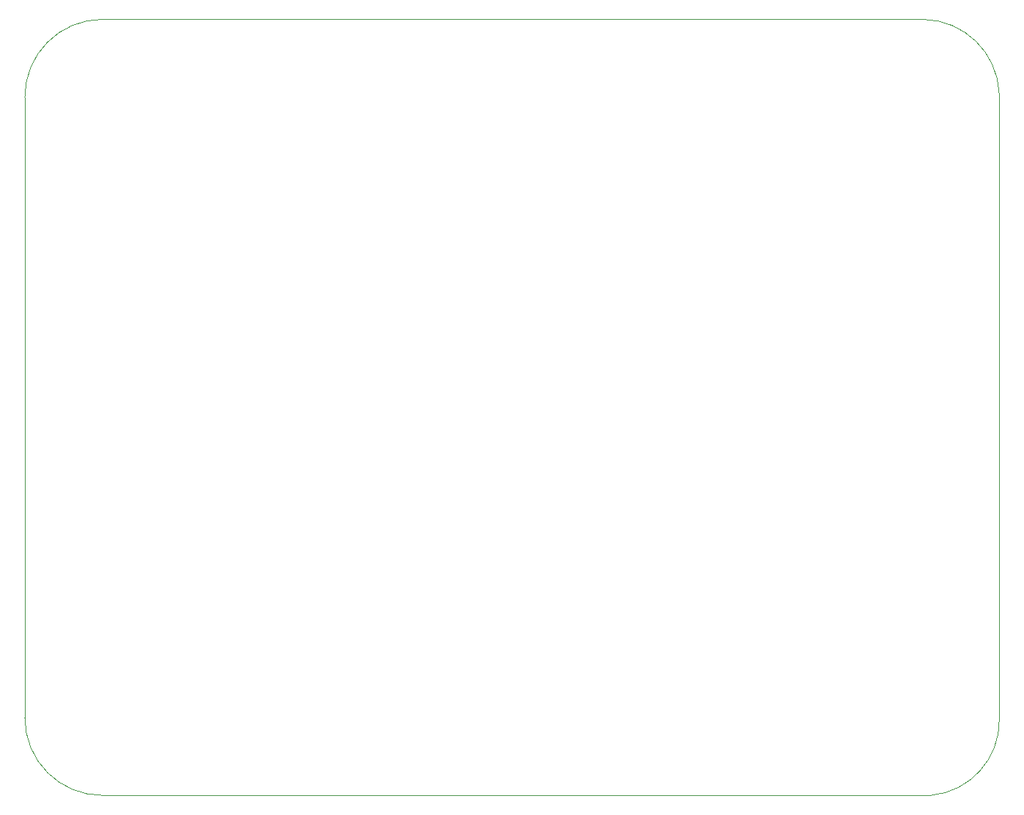
<source format=gm1>
%TF.GenerationSoftware,KiCad,Pcbnew,9.0.4*%
%TF.CreationDate,2025-11-20T23:01:35-05:00*%
%TF.ProjectId,Hand_System_Rev_1,48616e64-5f53-4797-9374-656d5f526576,rev?*%
%TF.SameCoordinates,Original*%
%TF.FileFunction,Profile,NP*%
%FSLAX46Y46*%
G04 Gerber Fmt 4.6, Leading zero omitted, Abs format (unit mm)*
G04 Created by KiCad (PCBNEW 9.0.4) date 2025-11-20 23:01:35*
%MOMM*%
%LPD*%
G01*
G04 APERTURE LIST*
%TA.AperFunction,Profile*%
%ADD10C,0.050000*%
%TD*%
%TA.AperFunction,Profile*%
%ADD11C,0.120000*%
%TD*%
G04 APERTURE END LIST*
D10*
X205445842Y-127048000D02*
X205429998Y-127850000D01*
X205429999Y-127850000D02*
G75*
G02*
X197571070Y-136642380I-8679999J-150000D01*
G01*
X196425000Y-46926099D02*
X196650000Y-46926099D01*
X205445842Y-55877828D02*
X205424216Y-55499993D01*
X196650000Y-46926099D02*
G75*
G02*
X205418305Y-55500232I-150000J-8923901D01*
G01*
X102395172Y-46926657D02*
X101721123Y-46926661D01*
X92792465Y-55949876D02*
X92794002Y-56527828D01*
X92792806Y-55949997D02*
G75*
G02*
X101721123Y-46926661I8952926J70169D01*
G01*
X196425000Y-46926099D02*
X102395172Y-46926657D01*
X195869700Y-136648112D02*
X101745700Y-136649729D01*
X92793971Y-127698000D02*
X92798000Y-108020000D01*
X205445842Y-55877828D02*
X205445842Y-127048000D01*
X101745730Y-136649729D02*
G75*
G02*
X92793971Y-127698000I-30J8951729D01*
G01*
X92798000Y-90020000D02*
X92794002Y-56527828D01*
X197571056Y-136642380D02*
X195869700Y-136648112D01*
D11*
%TO.C,J1*%
X92798000Y-90020000D02*
X92798000Y-108020000D01*
%TD*%
M02*

</source>
